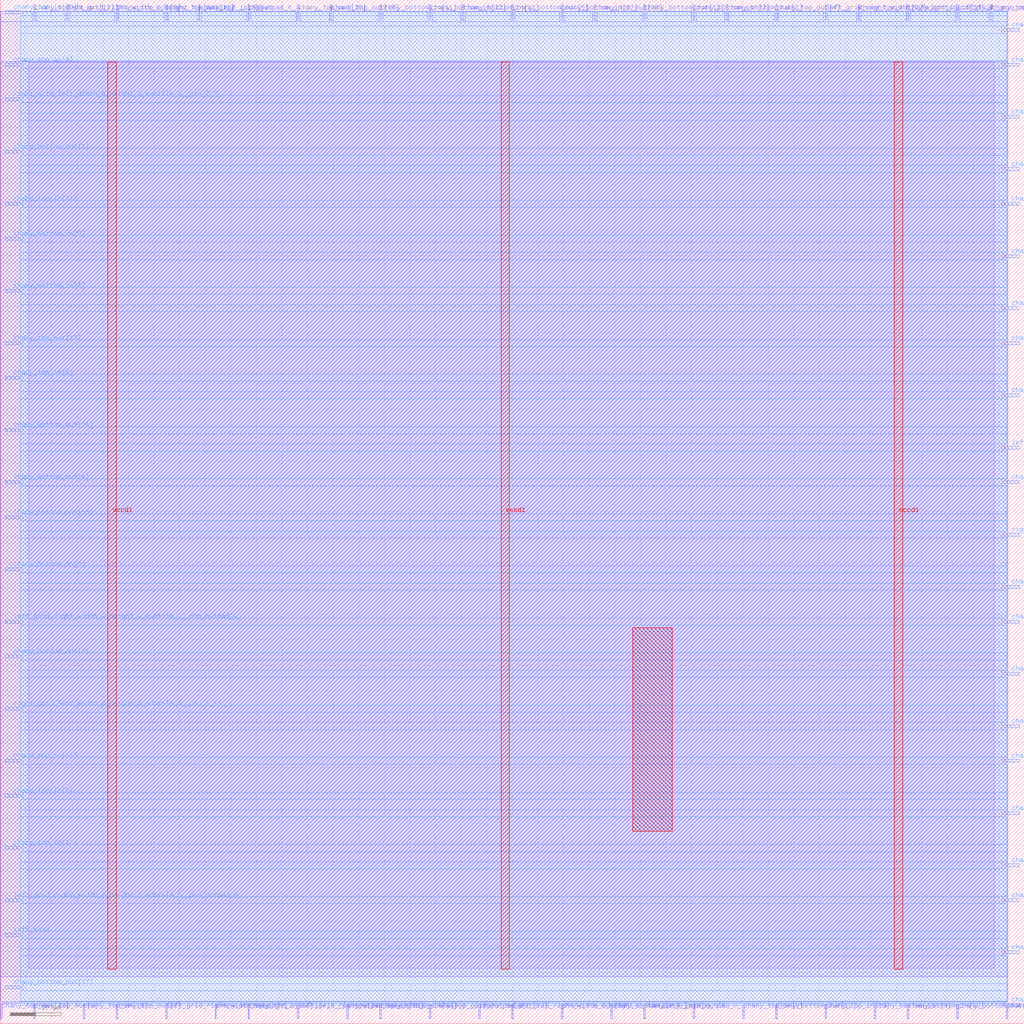
<source format=lef>
VERSION 5.7 ;
  NOWIREEXTENSIONATPIN ON ;
  DIVIDERCHAR "/" ;
  BUSBITCHARS "[]" ;
MACRO cby_0__1_
  CLASS BLOCK ;
  FOREIGN cby_0__1_ ;
  ORIGIN 0.000 0.000 ;
  SIZE 200.000 BY 200.000 ;
  PIN ccff_head
    DIRECTION INPUT ;
    USE SIGNAL ;
    PORT
      LAYER met3 ;
        RECT 1.000 17.040 4.000 17.640 ;
    END
  END ccff_head
  PIN ccff_tail
    DIRECTION OUTPUT TRISTATE ;
    USE SIGNAL ;
    PORT
      LAYER met2 ;
        RECT 186.850 196.000 187.130 199.000 ;
    END
  END ccff_tail
  PIN chany_bottom_in[0]
    DIRECTION INPUT ;
    USE SIGNAL ;
    PORT
      LAYER met3 ;
        RECT 1.000 88.440 4.000 89.040 ;
    END
  END chany_bottom_in[0]
  PIN chany_bottom_in[10]
    DIRECTION INPUT ;
    USE SIGNAL ;
    PORT
      LAYER met2 ;
        RECT 177.190 1.000 177.470 4.000 ;
    END
  END chany_bottom_in[10]
  PIN chany_bottom_in[11]
    DIRECTION INPUT ;
    USE SIGNAL ;
    PORT
      LAYER met2 ;
        RECT 74.150 196.000 74.430 199.000 ;
    END
  END chany_bottom_in[11]
  PIN chany_bottom_in[12]
    DIRECTION INPUT ;
    USE SIGNAL ;
    PORT
      LAYER met2 ;
        RECT 83.810 196.000 84.090 199.000 ;
    END
  END chany_bottom_in[12]
  PIN chany_bottom_in[13]
    DIRECTION INPUT ;
    USE SIGNAL ;
    PORT
      LAYER met2 ;
        RECT 90.250 196.000 90.530 199.000 ;
    END
  END chany_bottom_in[13]
  PIN chany_bottom_in[14]
    DIRECTION INPUT ;
    USE SIGNAL ;
    PORT
      LAYER met2 ;
        RECT 74.150 1.000 74.430 4.000 ;
    END
  END chany_bottom_in[14]
  PIN chany_bottom_in[15]
    DIRECTION INPUT ;
    USE SIGNAL ;
    PORT
      LAYER met3 ;
        RECT 196.000 40.840 199.000 41.440 ;
    END
  END chany_bottom_in[15]
  PIN chany_bottom_in[16]
    DIRECTION INPUT ;
    USE SIGNAL ;
    PORT
      LAYER met2 ;
        RECT 177.190 196.000 177.470 199.000 ;
    END
  END chany_bottom_in[16]
  PIN chany_bottom_in[17]
    DIRECTION INPUT ;
    USE SIGNAL ;
    PORT
      LAYER met2 ;
        RECT 109.570 196.000 109.850 199.000 ;
    END
  END chany_bottom_in[17]
  PIN chany_bottom_in[18]
    DIRECTION INPUT ;
    USE SIGNAL ;
    PORT
      LAYER met2 ;
        RECT 67.710 1.000 67.990 4.000 ;
    END
  END chany_bottom_in[18]
  PIN chany_bottom_in[1]
    DIRECTION INPUT ;
    USE SIGNAL ;
    PORT
      LAYER met3 ;
        RECT 196.000 57.840 199.000 58.440 ;
    END
  END chany_bottom_in[1]
  PIN chany_bottom_in[2]
    DIRECTION INPUT ;
    USE SIGNAL ;
    PORT
      LAYER met3 ;
        RECT 196.000 85.040 199.000 85.640 ;
    END
  END chany_bottom_in[2]
  PIN chany_bottom_in[3]
    DIRECTION INPUT ;
    USE SIGNAL ;
    PORT
      LAYER met3 ;
        RECT 196.000 176.840 199.000 177.440 ;
    END
  END chany_bottom_in[3]
  PIN chany_bottom_in[4]
    DIRECTION INPUT ;
    USE SIGNAL ;
    PORT
      LAYER met3 ;
        RECT 196.000 159.840 199.000 160.440 ;
    END
  END chany_bottom_in[4]
  PIN chany_bottom_in[5]
    DIRECTION INPUT ;
    USE SIGNAL ;
    PORT
      LAYER met3 ;
        RECT 196.000 23.840 199.000 24.440 ;
    END
  END chany_bottom_in[5]
  PIN chany_bottom_in[6]
    DIRECTION INPUT ;
    USE SIGNAL ;
    PORT
      LAYER met3 ;
        RECT 1.000 142.840 4.000 143.440 ;
    END
  END chany_bottom_in[6]
  PIN chany_bottom_in[7]
    DIRECTION INPUT ;
    USE SIGNAL ;
    PORT
      LAYER met2 ;
        RECT 41.950 1.000 42.230 4.000 ;
    END
  END chany_bottom_in[7]
  PIN chany_bottom_in[8]
    DIRECTION INPUT ;
    USE SIGNAL ;
    PORT
      LAYER met3 ;
        RECT 196.000 132.640 199.000 133.240 ;
    END
  END chany_bottom_in[8]
  PIN chany_bottom_in[9]
    DIRECTION INPUT ;
    USE SIGNAL ;
    PORT
      LAYER met3 ;
        RECT 1.000 153.040 4.000 153.640 ;
    END
  END chany_bottom_in[9]
  PIN chany_bottom_out[0]
    DIRECTION OUTPUT TRISTATE ;
    USE SIGNAL ;
    PORT
      LAYER met3 ;
        RECT 1.000 71.440 4.000 72.040 ;
    END
  END chany_bottom_out[0]
  PIN chany_bottom_out[10]
    DIRECTION OUTPUT TRISTATE ;
    USE SIGNAL ;
    PORT
      LAYER met3 ;
        RECT 196.000 139.440 199.000 140.040 ;
    END
  END chany_bottom_out[10]
  PIN chany_bottom_out[11]
    DIRECTION OUTPUT TRISTATE ;
    USE SIGNAL ;
    PORT
      LAYER met2 ;
        RECT 186.850 1.000 187.130 4.000 ;
    END
  END chany_bottom_out[11]
  PIN chany_bottom_out[12]
    DIRECTION OUTPUT TRISTATE ;
    USE SIGNAL ;
    PORT
      LAYER met2 ;
        RECT 125.670 196.000 125.950 199.000 ;
    END
  END chany_bottom_out[12]
  PIN chany_bottom_out[13]
    DIRECTION OUTPUT TRISTATE ;
    USE SIGNAL ;
    PORT
      LAYER met2 ;
        RECT 6.530 196.000 6.810 199.000 ;
    END
  END chany_bottom_out[13]
  PIN chany_bottom_out[14]
    DIRECTION OUTPUT TRISTATE ;
    USE SIGNAL ;
    PORT
      LAYER met3 ;
        RECT 196.000 149.640 199.000 150.240 ;
    END
  END chany_bottom_out[14]
  PIN chany_bottom_out[15]
    DIRECTION OUTPUT TRISTATE ;
    USE SIGNAL ;
    PORT
      LAYER met3 ;
        RECT 1.000 98.640 4.000 99.240 ;
    END
  END chany_bottom_out[15]
  PIN chany_bottom_out[16]
    DIRECTION OUTPUT TRISTATE ;
    USE SIGNAL ;
    PORT
      LAYER met3 ;
        RECT 1.000 115.640 4.000 116.240 ;
    END
  END chany_bottom_out[16]
  PIN chany_bottom_out[17]
    DIRECTION OUTPUT TRISTATE ;
    USE SIGNAL ;
    PORT
      LAYER met3 ;
        RECT 1.000 6.840 4.000 7.440 ;
    END
  END chany_bottom_out[17]
  PIN chany_bottom_out[18]
    DIRECTION OUTPUT TRISTATE ;
    USE SIGNAL ;
    PORT
      LAYER met2 ;
        RECT 151.430 1.000 151.710 4.000 ;
    END
  END chany_bottom_out[18]
  PIN chany_bottom_out[1]
    DIRECTION OUTPUT TRISTATE ;
    USE SIGNAL ;
    PORT
      LAYER met3 ;
        RECT 1.000 170.040 4.000 170.640 ;
    END
  END chany_bottom_out[1]
  PIN chany_bottom_out[2]
    DIRECTION OUTPUT TRISTATE ;
    USE SIGNAL ;
    PORT
      LAYER met2 ;
        RECT 135.330 196.000 135.610 199.000 ;
    END
  END chany_bottom_out[2]
  PIN chany_bottom_out[3]
    DIRECTION OUTPUT TRISTATE ;
    USE SIGNAL ;
    PORT
      LAYER met2 ;
        RECT 141.770 196.000 142.050 199.000 ;
    END
  END chany_bottom_out[3]
  PIN chany_bottom_out[4]
    DIRECTION OUTPUT TRISTATE ;
    USE SIGNAL ;
    PORT
      LAYER met2 ;
        RECT 170.750 1.000 171.030 4.000 ;
    END
  END chany_bottom_out[4]
  PIN chany_bottom_out[5]
    DIRECTION OUTPUT TRISTATE ;
    USE SIGNAL ;
    PORT
      LAYER met2 ;
        RECT 99.910 196.000 100.190 199.000 ;
    END
  END chany_bottom_out[5]
  PIN chany_bottom_out[6]
    DIRECTION OUTPUT TRISTATE ;
    USE SIGNAL ;
    PORT
      LAYER met3 ;
        RECT 196.000 166.640 199.000 167.240 ;
    END
  END chany_bottom_out[6]
  PIN chany_bottom_out[7]
    DIRECTION OUTPUT TRISTATE ;
    USE SIGNAL ;
    PORT
      LAYER met2 ;
        RECT 119.230 1.000 119.510 4.000 ;
    END
  END chany_bottom_out[7]
  PIN chany_bottom_out[8]
    DIRECTION OUTPUT TRISTATE ;
    USE SIGNAL ;
    PORT
      LAYER met3 ;
        RECT 1.000 105.440 4.000 106.040 ;
    END
  END chany_bottom_out[8]
  PIN chany_bottom_out[9]
    DIRECTION OUTPUT TRISTATE ;
    USE SIGNAL ;
    PORT
      LAYER met3 ;
        RECT 196.000 3.440 199.000 4.040 ;
    END
  END chany_bottom_out[9]
  PIN chany_top_in[0]
    DIRECTION INPUT ;
    USE SIGNAL ;
    PORT
      LAYER met3 ;
        RECT 196.000 78.240 199.000 78.840 ;
    END
  END chany_top_in[0]
  PIN chany_top_in[10]
    DIRECTION INPUT ;
    USE SIGNAL ;
    PORT
      LAYER met3 ;
        RECT 1.000 197.240 4.000 197.840 ;
    END
  END chany_top_in[10]
  PIN chany_top_in[11]
    DIRECTION INPUT ;
    USE SIGNAL ;
    PORT
      LAYER met3 ;
        RECT 1.000 51.040 4.000 51.640 ;
    END
  END chany_top_in[11]
  PIN chany_top_in[12]
    DIRECTION INPUT ;
    USE SIGNAL ;
    PORT
      LAYER met3 ;
        RECT 1.000 159.840 4.000 160.440 ;
    END
  END chany_top_in[12]
  PIN chany_top_in[13]
    DIRECTION INPUT ;
    USE SIGNAL ;
    PORT
      LAYER met3 ;
        RECT 1.000 34.040 4.000 34.640 ;
    END
  END chany_top_in[13]
  PIN chany_top_in[14]
    DIRECTION INPUT ;
    USE SIGNAL ;
    PORT
      LAYER met3 ;
        RECT 196.000 187.040 199.000 187.640 ;
    END
  END chany_top_in[14]
  PIN chany_top_in[15]
    DIRECTION INPUT ;
    USE SIGNAL ;
    PORT
      LAYER met2 ;
        RECT 38.730 196.000 39.010 199.000 ;
    END
  END chany_top_in[15]
  PIN chany_top_in[16]
    DIRECTION INPUT ;
    USE SIGNAL ;
    PORT
      LAYER met2 ;
        RECT 16.190 1.000 16.470 4.000 ;
    END
  END chany_top_in[16]
  PIN chany_top_in[17]
    DIRECTION INPUT ;
    USE SIGNAL ;
    PORT
      LAYER met2 ;
        RECT 48.390 1.000 48.670 4.000 ;
    END
  END chany_top_in[17]
  PIN chany_top_in[18]
    DIRECTION INPUT ;
    USE SIGNAL ;
    PORT
      LAYER met2 ;
        RECT 161.090 1.000 161.370 4.000 ;
    END
  END chany_top_in[18]
  PIN chany_top_in[1]
    DIRECTION INPUT ;
    USE SIGNAL ;
    PORT
      LAYER met3 ;
        RECT 196.000 68.040 199.000 68.640 ;
    END
  END chany_top_in[1]
  PIN chany_top_in[2]
    DIRECTION INPUT ;
    USE SIGNAL ;
    PORT
      LAYER met3 ;
        RECT 196.000 30.640 199.000 31.240 ;
    END
  END chany_top_in[2]
  PIN chany_top_in[3]
    DIRECTION INPUT ;
    USE SIGNAL ;
    PORT
      LAYER met2 ;
        RECT 125.670 1.000 125.950 4.000 ;
    END
  END chany_top_in[3]
  PIN chany_top_in[4]
    DIRECTION INPUT ;
    USE SIGNAL ;
    PORT
      LAYER met3 ;
        RECT 1.000 187.040 4.000 187.640 ;
    END
  END chany_top_in[4]
  PIN chany_top_in[5]
    DIRECTION INPUT ;
    USE SIGNAL ;
    PORT
      LAYER met2 ;
        RECT 196.510 1.000 196.790 4.000 ;
    END
  END chany_top_in[5]
  PIN chany_top_in[6]
    DIRECTION INPUT ;
    USE SIGNAL ;
    PORT
      LAYER met3 ;
        RECT 1.000 44.240 4.000 44.840 ;
    END
  END chany_top_in[6]
  PIN chany_top_in[7]
    DIRECTION INPUT ;
    USE SIGNAL ;
    PORT
      LAYER met3 ;
        RECT 196.000 51.040 199.000 51.640 ;
    END
  END chany_top_in[7]
  PIN chany_top_in[8]
    DIRECTION INPUT ;
    USE SIGNAL ;
    PORT
      LAYER met3 ;
        RECT 1.000 125.840 4.000 126.440 ;
    END
  END chany_top_in[8]
  PIN chany_top_in[9]
    DIRECTION INPUT ;
    USE SIGNAL ;
    PORT
      LAYER met2 ;
        RECT 144.990 1.000 145.270 4.000 ;
    END
  END chany_top_in[9]
  PIN chany_top_out[0]
    DIRECTION OUTPUT TRISTATE ;
    USE SIGNAL ;
    PORT
      LAYER met3 ;
        RECT 196.000 122.440 199.000 123.040 ;
    END
  END chany_top_out[0]
  PIN chany_top_out[10]
    DIRECTION OUTPUT TRISTATE ;
    USE SIGNAL ;
    PORT
      LAYER met2 ;
        RECT 58.050 196.000 58.330 199.000 ;
    END
  END chany_top_out[10]
  PIN chany_top_out[11]
    DIRECTION OUTPUT TRISTATE ;
    USE SIGNAL ;
    PORT
      LAYER met2 ;
        RECT 32.290 196.000 32.570 199.000 ;
    END
  END chany_top_out[11]
  PIN chany_top_out[12]
    DIRECTION OUTPUT TRISTATE ;
    USE SIGNAL ;
    PORT
      LAYER met2 ;
        RECT 93.470 1.000 93.750 4.000 ;
    END
  END chany_top_out[12]
  PIN chany_top_out[13]
    DIRECTION OUTPUT TRISTATE ;
    USE SIGNAL ;
    PORT
      LAYER met2 ;
        RECT 0.090 1.000 0.370 4.000 ;
    END
  END chany_top_out[13]
  PIN chany_top_out[14]
    DIRECTION OUTPUT TRISTATE ;
    USE SIGNAL ;
    PORT
      LAYER met2 ;
        RECT 109.570 1.000 109.850 4.000 ;
    END
  END chany_top_out[14]
  PIN chany_top_out[15]
    DIRECTION OUTPUT TRISTATE ;
    USE SIGNAL ;
    PORT
      LAYER met2 ;
        RECT 64.490 196.000 64.770 199.000 ;
    END
  END chany_top_out[15]
  PIN chany_top_out[16]
    DIRECTION OUTPUT TRISTATE ;
    USE SIGNAL ;
    PORT
      LAYER met2 ;
        RECT 116.010 196.000 116.290 199.000 ;
    END
  END chany_top_out[16]
  PIN chany_top_out[17]
    DIRECTION OUTPUT TRISTATE ;
    USE SIGNAL ;
    PORT
      LAYER met2 ;
        RECT 167.530 196.000 167.810 199.000 ;
    END
  END chany_top_out[17]
  PIN chany_top_out[18]
    DIRECTION OUTPUT TRISTATE ;
    USE SIGNAL ;
    PORT
      LAYER met3 ;
        RECT 1.000 132.640 4.000 133.240 ;
    END
  END chany_top_out[18]
  PIN chany_top_out[1]
    DIRECTION OUTPUT TRISTATE ;
    USE SIGNAL ;
    PORT
      LAYER met2 ;
        RECT 22.630 1.000 22.910 4.000 ;
    END
  END chany_top_out[1]
  PIN chany_top_out[2]
    DIRECTION OUTPUT TRISTATE ;
    USE SIGNAL ;
    PORT
      LAYER met2 ;
        RECT 6.530 1.000 6.810 4.000 ;
    END
  END chany_top_out[2]
  PIN chany_top_out[3]
    DIRECTION OUTPUT TRISTATE ;
    USE SIGNAL ;
    PORT
      LAYER met2 ;
        RECT 193.290 196.000 193.570 199.000 ;
    END
  END chany_top_out[3]
  PIN chany_top_out[4]
    DIRECTION OUTPUT TRISTATE ;
    USE SIGNAL ;
    PORT
      LAYER met2 ;
        RECT 151.430 196.000 151.710 199.000 ;
    END
  END chany_top_out[4]
  PIN chany_top_out[5]
    DIRECTION OUTPUT TRISTATE ;
    USE SIGNAL ;
    PORT
      LAYER met2 ;
        RECT 83.810 1.000 84.090 4.000 ;
    END
  END chany_top_out[5]
  PIN chany_top_out[6]
    DIRECTION OUTPUT TRISTATE ;
    USE SIGNAL ;
    PORT
      LAYER met3 ;
        RECT 196.000 193.840 199.000 194.440 ;
    END
  END chany_top_out[6]
  PIN chany_top_out[7]
    DIRECTION OUTPUT TRISTATE ;
    USE SIGNAL ;
    PORT
      LAYER met3 ;
        RECT 196.000 13.640 199.000 14.240 ;
    END
  END chany_top_out[7]
  PIN chany_top_out[8]
    DIRECTION OUTPUT TRISTATE ;
    USE SIGNAL ;
    PORT
      LAYER met2 ;
        RECT 22.630 196.000 22.910 199.000 ;
    END
  END chany_top_out[8]
  PIN chany_top_out[9]
    DIRECTION OUTPUT TRISTATE ;
    USE SIGNAL ;
    PORT
      LAYER met3 ;
        RECT 196.000 105.440 199.000 106.040 ;
    END
  END chany_top_out[9]
  PIN left_grid_right_width_0_height_0_subtile_0__pin_outpad_0_
    DIRECTION OUTPUT TRISTATE ;
    USE SIGNAL ;
    PORT
      LAYER met2 ;
        RECT 32.290 1.000 32.570 4.000 ;
    END
  END left_grid_right_width_0_height_0_subtile_0__pin_outpad_0_
  PIN left_grid_right_width_0_height_0_subtile_1__pin_outpad_0_
    DIRECTION OUTPUT TRISTATE ;
    USE SIGNAL ;
    PORT
      LAYER met2 ;
        RECT 58.050 1.000 58.330 4.000 ;
    END
  END left_grid_right_width_0_height_0_subtile_1__pin_outpad_0_
  PIN left_grid_right_width_0_height_0_subtile_2__pin_outpad_0_
    DIRECTION OUTPUT TRISTATE ;
    USE SIGNAL ;
    PORT
      LAYER met3 ;
        RECT 1.000 78.240 4.000 78.840 ;
    END
  END left_grid_right_width_0_height_0_subtile_2__pin_outpad_0_
  PIN left_grid_right_width_0_height_0_subtile_3__pin_outpad_0_
    DIRECTION OUTPUT TRISTATE ;
    USE SIGNAL ;
    PORT
      LAYER met3 ;
        RECT 196.000 112.240 199.000 112.840 ;
    END
  END left_grid_right_width_0_height_0_subtile_3__pin_outpad_0_
  PIN left_grid_right_width_0_height_0_subtile_4__pin_outpad_0_
    DIRECTION OUTPUT TRISTATE ;
    USE SIGNAL ;
    PORT
      LAYER met2 ;
        RECT 99.910 1.000 100.190 4.000 ;
    END
  END left_grid_right_width_0_height_0_subtile_4__pin_outpad_0_
  PIN left_grid_right_width_0_height_0_subtile_5__pin_outpad_0_
    DIRECTION OUTPUT TRISTATE ;
    USE SIGNAL ;
    PORT
      LAYER met3 ;
        RECT 1.000 23.840 4.000 24.440 ;
    END
  END left_grid_right_width_0_height_0_subtile_5__pin_outpad_0_
  PIN left_grid_right_width_0_height_0_subtile_6__pin_outpad_0_
    DIRECTION OUTPUT TRISTATE ;
    USE SIGNAL ;
    PORT
      LAYER met2 ;
        RECT 161.090 196.000 161.370 199.000 ;
    END
  END left_grid_right_width_0_height_0_subtile_6__pin_outpad_0_
  PIN left_grid_right_width_0_height_0_subtile_7__pin_outpad_0_
    DIRECTION OUTPUT TRISTATE ;
    USE SIGNAL ;
    PORT
      LAYER met2 ;
        RECT 12.970 196.000 13.250 199.000 ;
    END
  END left_grid_right_width_0_height_0_subtile_7__pin_outpad_0_
  PIN pReset
    DIRECTION INPUT ;
    USE SIGNAL ;
    PORT
      LAYER met2 ;
        RECT 48.390 196.000 48.670 199.000 ;
    END
  END pReset
  PIN prog_clk
    DIRECTION INPUT ;
    USE SIGNAL ;
    PORT
      LAYER met2 ;
        RECT 135.330 1.000 135.610 4.000 ;
    END
  END prog_clk
  PIN right_grid_left_width_0_height_0_subtile_0__pin_I_11_
    DIRECTION OUTPUT TRISTATE ;
    USE SIGNAL ;
    PORT
      LAYER met3 ;
        RECT 1.000 61.240 4.000 61.840 ;
    END
  END right_grid_left_width_0_height_0_subtile_0__pin_I_11_
  PIN right_grid_left_width_0_height_0_subtile_0__pin_I_3_
    DIRECTION OUTPUT TRISTATE ;
    USE SIGNAL ;
    PORT
      LAYER met3 ;
        RECT 1.000 180.240 4.000 180.840 ;
    END
  END right_grid_left_width_0_height_0_subtile_0__pin_I_3_
  PIN right_grid_left_width_0_height_0_subtile_0__pin_I_7_
    DIRECTION OUTPUT TRISTATE ;
    USE SIGNAL ;
    PORT
      LAYER met3 ;
        RECT 196.000 95.240 199.000 95.840 ;
    END
  END right_grid_left_width_0_height_0_subtile_0__pin_I_7_
  PIN vccd1
    DIRECTION INOUT ;
    USE POWER ;
    PORT
      LAYER met4 ;
        RECT 21.040 10.640 22.640 187.920 ;
    END
    PORT
      LAYER met4 ;
        RECT 174.640 10.640 176.240 187.920 ;
    END
  END vccd1
  PIN vssd1
    DIRECTION INOUT ;
    USE GROUND ;
    PORT
      LAYER met4 ;
        RECT 97.840 10.640 99.440 187.920 ;
    END
  END vssd1
  OBS
      LAYER li1 ;
        RECT 5.520 10.795 194.120 187.765 ;
      LAYER met1 ;
        RECT 0.070 9.220 196.810 187.920 ;
      LAYER met2 ;
        RECT 0.100 195.720 6.250 197.725 ;
        RECT 7.090 195.720 12.690 197.725 ;
        RECT 13.530 195.720 22.350 197.725 ;
        RECT 23.190 195.720 32.010 197.725 ;
        RECT 32.850 195.720 38.450 197.725 ;
        RECT 39.290 195.720 48.110 197.725 ;
        RECT 48.950 195.720 57.770 197.725 ;
        RECT 58.610 195.720 64.210 197.725 ;
        RECT 65.050 195.720 73.870 197.725 ;
        RECT 74.710 195.720 83.530 197.725 ;
        RECT 84.370 195.720 89.970 197.725 ;
        RECT 90.810 195.720 99.630 197.725 ;
        RECT 100.470 195.720 109.290 197.725 ;
        RECT 110.130 195.720 115.730 197.725 ;
        RECT 116.570 195.720 125.390 197.725 ;
        RECT 126.230 195.720 135.050 197.725 ;
        RECT 135.890 195.720 141.490 197.725 ;
        RECT 142.330 195.720 151.150 197.725 ;
        RECT 151.990 195.720 160.810 197.725 ;
        RECT 161.650 195.720 167.250 197.725 ;
        RECT 168.090 195.720 176.910 197.725 ;
        RECT 177.750 195.720 186.570 197.725 ;
        RECT 187.410 195.720 193.010 197.725 ;
        RECT 193.850 195.720 196.780 197.725 ;
        RECT 0.100 4.280 196.780 195.720 ;
        RECT 0.650 4.000 6.250 4.280 ;
        RECT 7.090 4.000 15.910 4.280 ;
        RECT 16.750 4.000 22.350 4.280 ;
        RECT 23.190 4.000 32.010 4.280 ;
        RECT 32.850 4.000 41.670 4.280 ;
        RECT 42.510 4.000 48.110 4.280 ;
        RECT 48.950 4.000 57.770 4.280 ;
        RECT 58.610 4.000 67.430 4.280 ;
        RECT 68.270 4.000 73.870 4.280 ;
        RECT 74.710 4.000 83.530 4.280 ;
        RECT 84.370 4.000 93.190 4.280 ;
        RECT 94.030 4.000 99.630 4.280 ;
        RECT 100.470 4.000 109.290 4.280 ;
        RECT 110.130 4.000 118.950 4.280 ;
        RECT 119.790 4.000 125.390 4.280 ;
        RECT 126.230 4.000 135.050 4.280 ;
        RECT 135.890 4.000 144.710 4.280 ;
        RECT 145.550 4.000 151.150 4.280 ;
        RECT 151.990 4.000 160.810 4.280 ;
        RECT 161.650 4.000 170.470 4.280 ;
        RECT 171.310 4.000 176.910 4.280 ;
        RECT 177.750 4.000 186.570 4.280 ;
        RECT 187.410 4.000 196.230 4.280 ;
      LAYER met3 ;
        RECT 4.400 196.840 196.570 197.705 ;
        RECT 4.000 194.840 196.570 196.840 ;
        RECT 4.000 193.440 195.600 194.840 ;
        RECT 4.000 188.040 196.570 193.440 ;
        RECT 4.400 186.640 195.600 188.040 ;
        RECT 4.000 181.240 196.570 186.640 ;
        RECT 4.400 179.840 196.570 181.240 ;
        RECT 4.000 177.840 196.570 179.840 ;
        RECT 4.000 176.440 195.600 177.840 ;
        RECT 4.000 171.040 196.570 176.440 ;
        RECT 4.400 169.640 196.570 171.040 ;
        RECT 4.000 167.640 196.570 169.640 ;
        RECT 4.000 166.240 195.600 167.640 ;
        RECT 4.000 160.840 196.570 166.240 ;
        RECT 4.400 159.440 195.600 160.840 ;
        RECT 4.000 154.040 196.570 159.440 ;
        RECT 4.400 152.640 196.570 154.040 ;
        RECT 4.000 150.640 196.570 152.640 ;
        RECT 4.000 149.240 195.600 150.640 ;
        RECT 4.000 143.840 196.570 149.240 ;
        RECT 4.400 142.440 196.570 143.840 ;
        RECT 4.000 140.440 196.570 142.440 ;
        RECT 4.000 139.040 195.600 140.440 ;
        RECT 4.000 133.640 196.570 139.040 ;
        RECT 4.400 132.240 195.600 133.640 ;
        RECT 4.000 126.840 196.570 132.240 ;
        RECT 4.400 125.440 196.570 126.840 ;
        RECT 4.000 123.440 196.570 125.440 ;
        RECT 4.000 122.040 195.600 123.440 ;
        RECT 4.000 116.640 196.570 122.040 ;
        RECT 4.400 115.240 196.570 116.640 ;
        RECT 4.000 113.240 196.570 115.240 ;
        RECT 4.000 111.840 195.600 113.240 ;
        RECT 4.000 106.440 196.570 111.840 ;
        RECT 4.400 105.040 195.600 106.440 ;
        RECT 4.000 99.640 196.570 105.040 ;
        RECT 4.400 98.240 196.570 99.640 ;
        RECT 4.000 96.240 196.570 98.240 ;
        RECT 4.000 94.840 195.600 96.240 ;
        RECT 4.000 89.440 196.570 94.840 ;
        RECT 4.400 88.040 196.570 89.440 ;
        RECT 4.000 86.040 196.570 88.040 ;
        RECT 4.000 84.640 195.600 86.040 ;
        RECT 4.000 79.240 196.570 84.640 ;
        RECT 4.400 77.840 195.600 79.240 ;
        RECT 4.000 72.440 196.570 77.840 ;
        RECT 4.400 71.040 196.570 72.440 ;
        RECT 4.000 69.040 196.570 71.040 ;
        RECT 4.000 67.640 195.600 69.040 ;
        RECT 4.000 62.240 196.570 67.640 ;
        RECT 4.400 60.840 196.570 62.240 ;
        RECT 4.000 58.840 196.570 60.840 ;
        RECT 4.000 57.440 195.600 58.840 ;
        RECT 4.000 52.040 196.570 57.440 ;
        RECT 4.400 50.640 195.600 52.040 ;
        RECT 4.000 45.240 196.570 50.640 ;
        RECT 4.400 43.840 196.570 45.240 ;
        RECT 4.000 41.840 196.570 43.840 ;
        RECT 4.000 40.440 195.600 41.840 ;
        RECT 4.000 35.040 196.570 40.440 ;
        RECT 4.400 33.640 196.570 35.040 ;
        RECT 4.000 31.640 196.570 33.640 ;
        RECT 4.000 30.240 195.600 31.640 ;
        RECT 4.000 24.840 196.570 30.240 ;
        RECT 4.400 23.440 195.600 24.840 ;
        RECT 4.000 18.040 196.570 23.440 ;
        RECT 4.400 16.640 196.570 18.040 ;
        RECT 4.000 14.640 196.570 16.640 ;
        RECT 4.000 13.240 195.600 14.640 ;
        RECT 4.000 7.840 196.570 13.240 ;
        RECT 4.400 6.440 196.570 7.840 ;
        RECT 4.000 4.440 196.570 6.440 ;
        RECT 4.000 3.590 195.600 4.440 ;
      LAYER met4 ;
        RECT 123.575 37.575 131.265 77.345 ;
  END
END cby_0__1_
END LIBRARY


</source>
